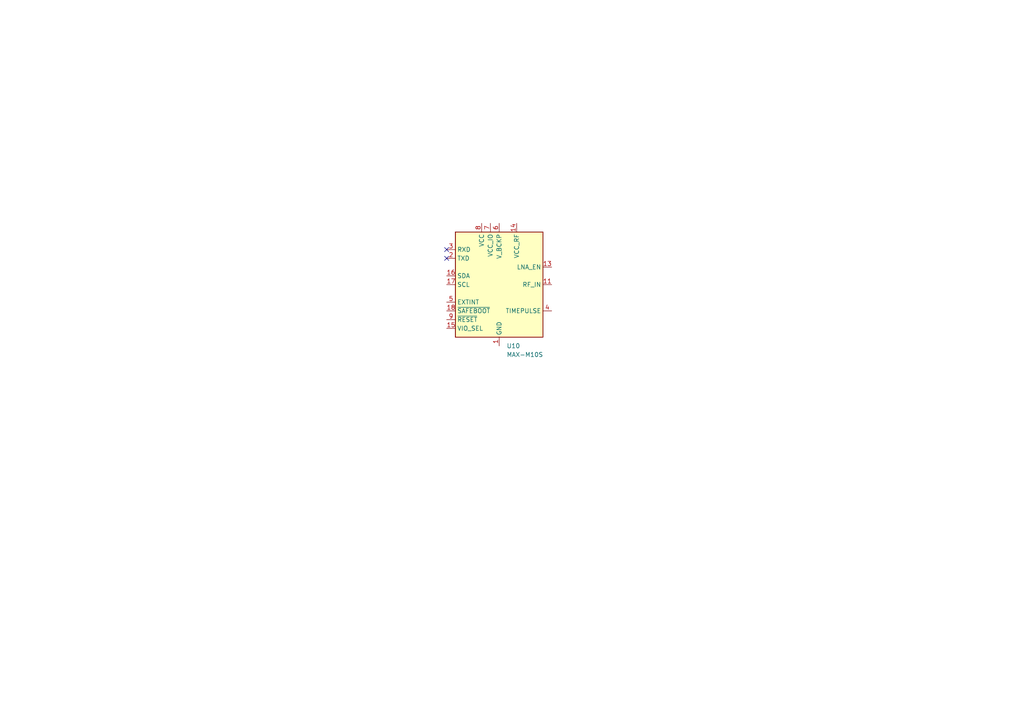
<source format=kicad_sch>
(kicad_sch (version 20250114) (generator "eeschema") (generator_version "9.0")
  (paper "A4")
  (title_block (title "Ryujin") (date "2025-09-06") (rev "64") (company "Julius-Maximilians-Universität Würzburg"))
  (lib_symbols
    (symbol "RF_GPS:MAX-M10S"
      (property "Reference" "U" (at -10.16 16.51 0))
      (property "Value" "MAX-M10S" (at 11.43 16.51 0))
      (symbol "MAX-M10S_0_1"
        (rectangle (start 12.7 15.24) (end -12.7 -15.24) (stroke (width 0.254)) (fill (type background)))
      )
      (symbol "MAX-M10S_1_1"
        (pin input line (at -15.24 10.16 0) (length 2.54) (name "RXD") (number "3"))
        (pin output line (at -15.24 7.62 0) (length 2.54) (name "TXD") (number "2"))
        (pin bidirectional line (at -15.24 2.54 0) (length 2.54) (name "SDA") (number "16"))
        (pin input line (at -15.24 0 0) (length 2.54) (name "SCL") (number "17"))
        (pin input line (at -15.24 -5.08 0) (length 2.54) (name "EXTINT") (number "5"))
        (pin input line (at -15.24 -7.62 0) (length 2.54) (name "~{SAFEBOOT}") (number "18"))
        (pin input line (at -15.24 -10.16 0) (length 2.54) (name "~{RESET}") (number "9"))
        (pin input line (at -15.24 -12.7 0) (length 2.54) (name "VIO_SEL") (number "15"))
        (pin power_in line (at -5.08 17.78 270) (length 2.54) (name "VCC") (number "8"))
        (pin power_in line (at -2.54 17.78 270) (length 2.54) (name "VCC_IO") (number "7"))
        (pin power_in line (at 0 17.78 270) (length 2.54) (name "V_BCKP") (number "6"))
        (pin power_in line (at 0 -17.78 90) (length 2.54) (name "GND") (number "1"))
        (pin passive line (at 0 -17.78 90) (length 2.54) (hide yes) (name "GND") (number "10"))
        (pin passive line (at 0 -17.78 90) (length 2.54) (hide yes) (name "GND") (number "12"))
        (pin power_out line (at 5.08 17.78 270) (length 2.54) (name "VCC_RF") (number "14"))
        (pin output line (at 15.24 5.08 180) (length 2.54) (name "LNA_EN") (number "13"))
        (pin input line (at 15.24 0 180) (length 2.54) (name "RF_IN") (number "11"))
        (pin output line (at 15.24 -7.62 180) (length 2.54) (name "TIMEPULSE") (number "4"))
      )
    )
  )
  (no_connect (at 129.54 72.39))
  (no_connect (at 129.54 74.93))
  (symbol (lib_id "RF_GPS:MAX-M10S") (at 144.78 82.55 0) (unit 1)
    (property "Reference" "U10" (at 146.9233 100.33 0) (effects (justify left)))
    (property "Value" "MAX-M10S" (at 146.9233 102.87 0) (effects (justify left)))
    (property "Footprint" "RF_GPS:ublox_MAX" (effects (hide yes)))
    (property "Datasheet" "https://content.u-blox.com/sites/default/files/MAX-M10S_DataSheet_UBX-20035208.pdf" (effects (hide yes)))
    (property "Description" "GNSS Module MAX M10, VCC 1.65V to 3.6V" (effects (hide yes)))
  )
)
</source>
